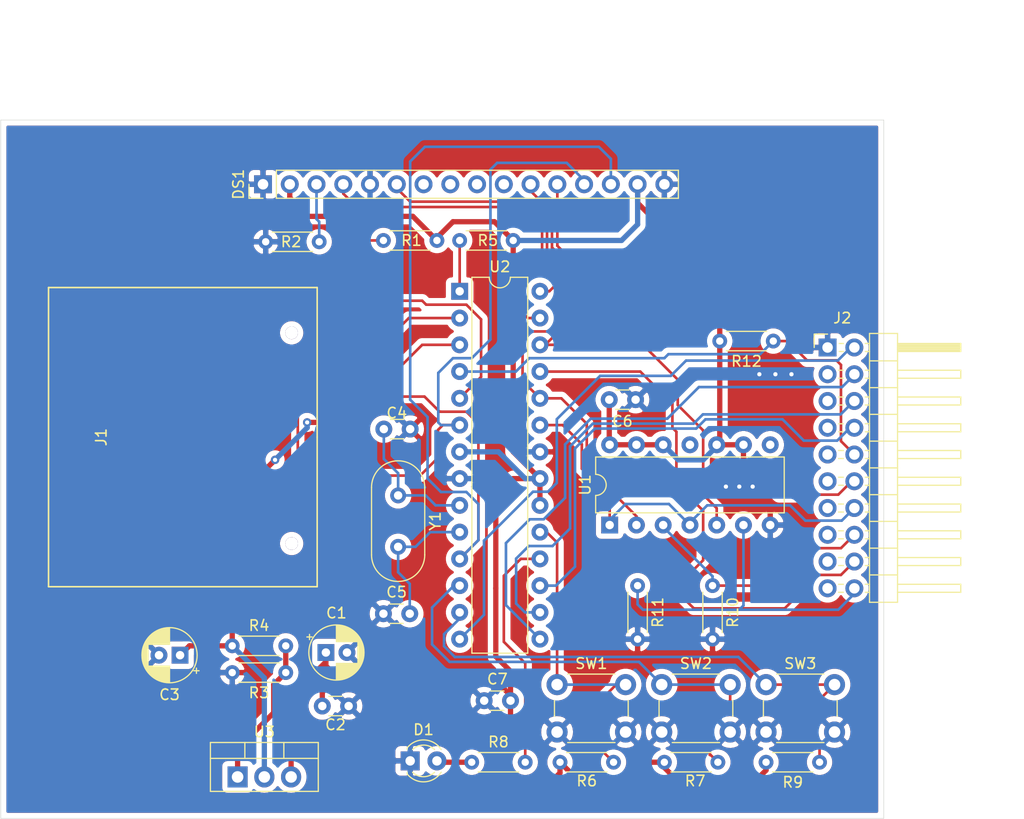
<source format=kicad_pcb>
(kicad_pcb (version 20171130) (host pcbnew 5.1.8)
  (layers (0 F.Cu signal) (31 B.Cu signal) (34 B.Paste user) (35 F.Paste user) (36 B.SilkS user) (37 F.SilkS user) (38 B.Mask user) (39 F.Mask user) (44 Edge.Cuts user))
  (net 0 "")
  (net 1 GND)
  (net 2 +5V)
  (net 3 /3.3V)
  (net 4 "Net-(C4-Pad2)")
  (net 5 "Net-(C5-Pad2)")
  (net 6 "Net-(D1-Pad2)")
  (net 7 /STEP0)
  (net 8 "Net-(J2-Pad3)")
  (net 9 /STEP1)
  (net 10 "Net-(J2-Pad5)")
  (net 11 /STEP2)
  (net 12 "Net-(J2-Pad7)")
  (net 13 /STEP3)
  (net 14 "Net-(J2-Pad9)")
  (net 15 /W_REQUEST)
  (net 16 "Net-(J2-Pad11)")
  (net 17 "Net-(J2-Pad13)")
  (net 18 /DRIVE_EN)
  (net 19 "Net-(J2-Pad15)")
  (net 20 /RD_PULSE)
  (net 21 "Net-(J2-Pad17)")
  (net 22 /WRITE)
  (net 23 "Net-(J2-Pad19)")
  (net 24 /W_PROTECT)
  (net 25 /SD_SW)
  (net 26 "Net-(DS1-Pad3)")
  (net 27 "Net-(R3-Pad1)")
  (net 28 "Net-(R5-Pad1)")
  (net 29 /BTN_UP)
  (net 30 /BTN_ENTER)
  (net 31 "Net-(R8-Pad2)")
  (net 32 /BTN_DOWN)
  (net 33 "Net-(U1-Pad8)")
  (net 34 /LCD_D4)
  (net 35 "Net-(U1-Pad11)")
  (net 36 /LCD_D5)
  (net 37 /SD_DO)
  (net 38 /SD_CS)
  (net 39 /SD_DI)
  (net 40 /SD_CLK)
  (net 41 /LCD_RS)
  (net 42 /LCD_E)
  (net 43 "Net-(J1-Pad9)")
  (net 44 "Net-(J1-Pad8)")
  (net 45 "Net-(J1-Pad11)")
  (net 46 "Net-(J1-Pad12)")
  (net 47 "Net-(DS1-Pad7)")
  (net 48 "Net-(DS1-Pad8)")
  (net 49 "Net-(DS1-Pad9)")
  (net 50 "Net-(DS1-Pad10)")
  (module SDisk2:attend-104d-tca0-r06-sdcard-holder (layer F.Cu) (at 82.677 102.997 270)
    (fp_text reference J1 (at 0 0.5 270) (layer F.SilkS))
    (fp_text value SD_Card)
    (pad 9 smd custom (at 8.65 -21.08 270) (size 1.1 2) (layers F.Cu F.Paste F.Mask) (net 43 "Net-(J1-Pad9)") (options (clearance outline) (anchor rect)) (primitives))
    (pad 1 smd custom (at 6.15 -21.09 270) (size 1.1 2) (layers F.Cu F.Paste F.Mask) (net 38 /SD_CS) (options (clearance outline) (anchor rect)) (primitives))
    (pad 2 smd custom (at 3.65 -21.09 270) (size 1.1 2) (layers F.Cu F.Paste F.Mask) (net 39 /SD_DI) (options (clearance outline) (anchor rect)) (primitives))
    (pad 3 smd custom (at 1.15 -21.09 270) (size 1.1 2) (layers F.Cu F.Paste F.Mask) (net 1 GND) (options (clearance outline) (anchor rect)) (primitives))
    (pad 4 smd custom (at -1.35 -21.09 270) (size 1.1 2) (layers F.Cu F.Paste F.Mask) (net 3 /3.3V) (options (clearance outline) (anchor rect)) (primitives))
    (pad 5 smd custom (at -3.85 -21.09 270) (size 1.1 2) (layers F.Cu F.Paste F.Mask) (net 40 /SD_CLK) (options (clearance outline) (anchor rect)) (primitives))
    (pad 6 smd custom (at -6.35 -21.09 270) (size 1.1 2) (layers F.Cu F.Paste F.Mask) (net 1 GND) (options (clearance outline) (anchor rect)) (primitives))
    (pad 7 smd custom (at -8.75 -21.08 270) (size 1.1 2) (layers F.Cu F.Paste F.Mask) (net 37 /SD_DO) (options (clearance outline) (anchor rect)) (primitives))
    (pad 8 smd custom (at -10.45 -21.08 270) (size 1.1 2) (layers F.Cu F.Paste F.Mask) (net 44 "Net-(J1-Pad8)") (options (clearance outline) (anchor rect)) (primitives))
    (pad 10 smd custom (at -12.95 -21.08 270) (size 1.1 2) (layers F.Cu F.Paste F.Mask) (net 25 /SD_SW) (options (clearance outline) (anchor rect)) (primitives))
    (pad "" thru_hole circle (at 10.1 -17.58 270) (size 1.2 1.2) (drill 1.2) (layers *.Cu *.Mask))
    (pad "" thru_hole circle (at -9.9 -17.58 270) (size 1.2 1.2) (drill 1.2) (layers *.Cu *.Mask))
    (pad 11 smd rect (at -13.85 2.42 270) (size 1.8 1.5) (layers F.Cu F.Paste F.Mask) (net 45 "Net-(J1-Pad11)"))
    (pad 12 smd rect (at -13.85 -9.1 270) (size 1.8 1.5) (layers F.Cu F.Paste F.Mask) (net 46 "Net-(J1-Pad12)"))
    (pad 13 smd rect (at 14.11 3.41 270) (size 1.8 1.5) (layers F.Cu F.Paste F.Mask) (net 1 GND))
  )
  (module Resistor_THT:R_Axial_DIN0204_L3.6mm_D1.6mm_P5.08mm_Horizontal (layer F.Cu) (at 145.9738 93.8784 180)
    (fp_text reference R12 (at 2.54 -1.92) (layer F.SilkS))
    (fp_text value 10k)
    (pad 2 thru_hole oval (at 5.08 0 180) (size 1.4 1.4) (drill 0.7) (layers *.Cu *.Mask) (net 2 +5V))
    (pad 1 thru_hole circle (at 0 0 180) (size 1.4 1.4) (drill 0.7) (layers *.Cu *.Mask) (net 15 /W_REQUEST))
  )
  (module Package_DIP:DIP-14_W7.62mm (layer F.Cu) (at 130.44424 111.34344 90)
    (fp_text reference U1 (at 3.81 -2.33 90) (layer F.SilkS))
    (fp_text value 74LS125)
    (pad 1 thru_hole rect (at 0 0 90) (size 1.6 1.6) (drill 0.8) (layers *.Cu *.Mask) (net 18 /DRIVE_EN))
    (pad 8 thru_hole oval (at 7.62 15.24 90) (size 1.6 1.6) (drill 0.8) (layers *.Cu *.Mask) (net 33 "Net-(U1-Pad8)"))
    (pad 2 thru_hole oval (at 0 2.54 90) (size 1.6 1.6) (drill 0.8) (layers *.Cu *.Mask) (net 34 /LCD_D4))
    (pad 9 thru_hole oval (at 7.62 12.7 90) (size 1.6 1.6) (drill 0.8) (layers *.Cu *.Mask) (net 2 +5V))
    (pad 3 thru_hole oval (at 0 5.08 90) (size 1.6 1.6) (drill 0.8) (layers *.Cu *.Mask) (net 20 /RD_PULSE))
    (pad 10 thru_hole oval (at 7.62 10.16 90) (size 1.6 1.6) (drill 0.8) (layers *.Cu *.Mask) (net 2 +5V))
    (pad 4 thru_hole oval (at 0 7.62 90) (size 1.6 1.6) (drill 0.8) (layers *.Cu *.Mask) (net 18 /DRIVE_EN))
    (pad 11 thru_hole oval (at 7.62 7.62 90) (size 1.6 1.6) (drill 0.8) (layers *.Cu *.Mask) (net 35 "Net-(U1-Pad11)"))
    (pad 5 thru_hole oval (at 0 10.16 90) (size 1.6 1.6) (drill 0.8) (layers *.Cu *.Mask) (net 36 /LCD_D5))
    (pad 12 thru_hole oval (at 7.62 5.08 90) (size 1.6 1.6) (drill 0.8) (layers *.Cu *.Mask) (net 2 +5V))
    (pad 6 thru_hole oval (at 0 12.7 90) (size 1.6 1.6) (drill 0.8) (layers *.Cu *.Mask) (net 24 /W_PROTECT))
    (pad 13 thru_hole oval (at 7.62 2.54 90) (size 1.6 1.6) (drill 0.8) (layers *.Cu *.Mask) (net 2 +5V))
    (pad 7 thru_hole oval (at 0 15.24 90) (size 1.6 1.6) (drill 0.8) (layers *.Cu *.Mask) (net 1 GND))
    (pad 14 thru_hole oval (at 7.62 0 90) (size 1.6 1.6) (drill 0.8) (layers *.Cu *.Mask) (net 2 +5V))
  )
  (module Connector_PinHeader_2.54mm:PinHeader_2x10_P2.54mm_Horizontal (layer F.Cu) (at 151.13 94.488)
    (fp_text reference J2 (at 1.397 -2.794) (layer F.SilkS))
    (fp_text value "To Apple II DISK controller")
    (pad 1 thru_hole rect (at 0 0) (size 1.7 1.7) (drill 1) (layers *.Cu *.Mask) (net 1 GND))
    (pad 2 thru_hole oval (at 2.54 0) (size 1.7 1.7) (drill 1) (layers *.Cu *.Mask) (net 7 /STEP0))
    (pad 3 thru_hole oval (at 0 2.54) (size 1.7 1.7) (drill 1) (layers *.Cu *.Mask) (net 8 "Net-(J2-Pad3)"))
    (pad 4 thru_hole oval (at 2.54 2.54) (size 1.7 1.7) (drill 1) (layers *.Cu *.Mask) (net 9 /STEP1))
    (pad 5 thru_hole oval (at 0 5.08) (size 1.7 1.7) (drill 1) (layers *.Cu *.Mask) (net 10 "Net-(J2-Pad5)"))
    (pad 6 thru_hole oval (at 2.54 5.08) (size 1.7 1.7) (drill 1) (layers *.Cu *.Mask) (net 11 /STEP2))
    (pad 7 thru_hole oval (at 0 7.62) (size 1.7 1.7) (drill 1) (layers *.Cu *.Mask) (net 12 "Net-(J2-Pad7)"))
    (pad 8 thru_hole oval (at 2.54 7.62) (size 1.7 1.7) (drill 1) (layers *.Cu *.Mask) (net 13 /STEP3))
    (pad 9 thru_hole oval (at 0 10.16) (size 1.7 1.7) (drill 1) (layers *.Cu *.Mask) (net 14 "Net-(J2-Pad9)"))
    (pad 10 thru_hole oval (at 2.54 10.16) (size 1.7 1.7) (drill 1) (layers *.Cu *.Mask) (net 15 /W_REQUEST))
    (pad 11 thru_hole oval (at 0 12.7) (size 1.7 1.7) (drill 1) (layers *.Cu *.Mask) (net 16 "Net-(J2-Pad11)"))
    (pad 12 thru_hole oval (at 2.54 12.7) (size 1.7 1.7) (drill 1) (layers *.Cu *.Mask) (net 2 +5V))
    (pad 13 thru_hole oval (at 0 15.24) (size 1.7 1.7) (drill 1) (layers *.Cu *.Mask) (net 17 "Net-(J2-Pad13)"))
    (pad 14 thru_hole oval (at 2.54 15.24) (size 1.7 1.7) (drill 1) (layers *.Cu *.Mask) (net 18 /DRIVE_EN))
    (pad 15 thru_hole oval (at 0 17.78) (size 1.7 1.7) (drill 1) (layers *.Cu *.Mask) (net 19 "Net-(J2-Pad15)"))
    (pad 16 thru_hole oval (at 2.54 17.78) (size 1.7 1.7) (drill 1) (layers *.Cu *.Mask) (net 20 /RD_PULSE))
    (pad 17 thru_hole oval (at 0 20.32) (size 1.7 1.7) (drill 1) (layers *.Cu *.Mask) (net 21 "Net-(J2-Pad17)"))
    (pad 18 thru_hole oval (at 2.54 20.32) (size 1.7 1.7) (drill 1) (layers *.Cu *.Mask) (net 22 /WRITE))
    (pad 19 thru_hole oval (at 0 22.86) (size 1.7 1.7) (drill 1) (layers *.Cu *.Mask) (net 23 "Net-(J2-Pad19)"))
    (pad 20 thru_hole oval (at 2.54 22.86) (size 1.7 1.7) (drill 1) (layers *.Cu *.Mask) (net 24 /W_PROTECT))
  )
  (module Capacitor_THT:CP_Radial_D5.0mm_P2.00mm (layer F.Cu) (at 103.505 123.444)
    (fp_text reference C1 (at 1 -3.75) (layer F.SilkS))
    (fp_text value 100uf)
    (pad 2 thru_hole circle (at 2 0) (size 1.6 1.6) (drill 0.8) (layers *.Cu *.Mask) (net 1 GND))
    (pad 1 thru_hole rect (at 0 0) (size 1.6 1.6) (drill 0.8) (layers *.Cu *.Mask) (net 2 +5V))
  )
  (module Capacitor_THT:C_Disc_D3.0mm_W1.6mm_P2.50mm (layer F.Cu) (at 103.164 128.524)
    (fp_text reference C2 (at 1.25 1.778) (layer F.SilkS))
    (fp_text value 1n)
    (pad 1 thru_hole circle (at 0 0) (size 1.6 1.6) (drill 0.8) (layers *.Cu *.Mask) (net 2 +5V))
    (pad 2 thru_hole circle (at 2.5 0) (size 1.6 1.6) (drill 0.8) (layers *.Cu *.Mask) (net 1 GND))
  )
  (module Capacitor_THT:CP_Radial_D5.0mm_P2.00mm (layer F.Cu) (at 89.662 123.698 180)
    (fp_text reference C3 (at 1 -3.75) (layer F.SilkS))
    (fp_text value 100uf)
    (pad 1 thru_hole rect (at 0 0 180) (size 1.6 1.6) (drill 0.8) (layers *.Cu *.Mask) (net 3 /3.3V))
    (pad 2 thru_hole circle (at 2 0 180) (size 1.6 1.6) (drill 0.8) (layers *.Cu *.Mask) (net 1 GND))
  )
  (module Capacitor_THT:C_Disc_D3.0mm_W1.6mm_P2.50mm (layer F.Cu) (at 111.506 102.235 180)
    (fp_text reference C4 (at 1.27 1.524) (layer F.SilkS))
    (fp_text value 22p)
    (pad 1 thru_hole circle (at 0 0 180) (size 1.6 1.6) (drill 0.8) (layers *.Cu *.Mask) (net 1 GND))
    (pad 2 thru_hole circle (at 2.5 0 180) (size 1.6 1.6) (drill 0.8) (layers *.Cu *.Mask) (net 4 "Net-(C4-Pad2)"))
  )
  (module Capacitor_THT:C_Disc_D3.0mm_W1.6mm_P2.50mm (layer F.Cu) (at 108.966 119.761)
    (fp_text reference C5 (at 1.25 -2.05) (layer F.SilkS))
    (fp_text value 22p)
    (pad 2 thru_hole circle (at 2.5 0) (size 1.6 1.6) (drill 0.8) (layers *.Cu *.Mask) (net 5 "Net-(C5-Pad2)"))
    (pad 1 thru_hole circle (at 0 0) (size 1.6 1.6) (drill 0.8) (layers *.Cu *.Mask) (net 1 GND))
  )
  (module Capacitor_THT:C_Disc_D3.0mm_W1.6mm_P2.50mm (layer F.Cu) (at 132.9036 99.441 180)
    (fp_text reference C6 (at 1.25 -2.05) (layer F.SilkS))
    (fp_text value 1n)
    (pad 2 thru_hole circle (at 2.5 0 180) (size 1.6 1.6) (drill 0.8) (layers *.Cu *.Mask) (net 2 +5V))
    (pad 1 thru_hole circle (at 0 0 180) (size 1.6 1.6) (drill 0.8) (layers *.Cu *.Mask) (net 1 GND))
  )
  (module Capacitor_THT:C_Disc_D3.0mm_W1.6mm_P2.50mm (layer F.Cu) (at 118.531 128.016)
    (fp_text reference C7 (at 1.25 -2.05) (layer F.SilkS))
    (fp_text value 1n)
    (pad 1 thru_hole circle (at 0 0) (size 1.6 1.6) (drill 0.8) (layers *.Cu *.Mask) (net 1 GND))
    (pad 2 thru_hole circle (at 2.5 0) (size 1.6 1.6) (drill 0.8) (layers *.Cu *.Mask) (net 2 +5V))
  )
  (module LED_THT:LED_D3.0mm (layer F.Cu) (at 111.506 133.731)
    (fp_text reference D1 (at 1.27 -2.96) (layer F.SilkS))
    (fp_text value LED)
    (pad 1 thru_hole rect (at 0 0) (size 1.8 1.8) (drill 0.9) (layers *.Cu *.Mask) (net 1 GND))
    (pad 2 thru_hole circle (at 2.54 0) (size 1.8 1.8) (drill 0.9) (layers *.Cu *.Mask) (net 6 "Net-(D1-Pad2)"))
  )
  (module Connector_PinHeader_2.54mm:PinHeader_1x16_P2.54mm_Vertical (layer F.Cu) (at 97.536 78.994 90)
    (fp_text reference DS1 (at 0 -2.33 90) (layer F.SilkS))
    (fp_text value "WH1602B-TMI-CT# ")
    (pad 1 thru_hole rect (at 0 0 90) (size 1.7 1.7) (drill 1) (layers *.Cu *.Mask) (net 1 GND))
    (pad 2 thru_hole oval (at 0 2.54 90) (size 1.7 1.7) (drill 1) (layers *.Cu *.Mask) (net 2 +5V))
    (pad 3 thru_hole oval (at 0 5.08 90) (size 1.7 1.7) (drill 1) (layers *.Cu *.Mask) (net 26 "Net-(DS1-Pad3)"))
    (pad 4 thru_hole oval (at 0 7.62 90) (size 1.7 1.7) (drill 1) (layers *.Cu *.Mask) (net 41 /LCD_RS))
    (pad 5 thru_hole oval (at 0 10.16 90) (size 1.7 1.7) (drill 1) (layers *.Cu *.Mask) (net 1 GND))
    (pad 6 thru_hole oval (at 0 12.7 90) (size 1.7 1.7) (drill 1) (layers *.Cu *.Mask) (net 42 /LCD_E))
    (pad 7 thru_hole oval (at 0 15.24 90) (size 1.7 1.7) (drill 1) (layers *.Cu *.Mask) (net 47 "Net-(DS1-Pad7)"))
    (pad 8 thru_hole oval (at 0 17.78 90) (size 1.7 1.7) (drill 1) (layers *.Cu *.Mask) (net 48 "Net-(DS1-Pad8)"))
    (pad 9 thru_hole oval (at 0 20.32 90) (size 1.7 1.7) (drill 1) (layers *.Cu *.Mask) (net 49 "Net-(DS1-Pad9)"))
    (pad 10 thru_hole oval (at 0 22.86 90) (size 1.7 1.7) (drill 1) (layers *.Cu *.Mask) (net 50 "Net-(DS1-Pad10)"))
    (pad 11 thru_hole oval (at 0 25.4 90) (size 1.7 1.7) (drill 1) (layers *.Cu *.Mask) (net 34 /LCD_D4))
    (pad 12 thru_hole oval (at 0 27.94 90) (size 1.7 1.7) (drill 1) (layers *.Cu *.Mask) (net 36 /LCD_D5))
    (pad 13 thru_hole oval (at 0 30.48 90) (size 1.7 1.7) (drill 1) (layers *.Cu *.Mask) (net 39 /SD_DI))
    (pad 14 thru_hole oval (at 0 33.02 90) (size 1.7 1.7) (drill 1) (layers *.Cu *.Mask) (net 40 /SD_CLK))
    (pad 15 thru_hole oval (at 0 35.56 90) (size 1.7 1.7) (drill 1) (layers *.Cu *.Mask) (net 2 +5V))
    (pad 16 thru_hole oval (at 0 38.1 90) (size 1.7 1.7) (drill 1) (layers *.Cu *.Mask) (net 1 GND))
  )
  (module Resistor_THT:R_Axial_DIN0204_L3.6mm_D1.6mm_P5.08mm_Horizontal (layer F.Cu) (at 114.046 84.328 180)
    (fp_text reference R1 (at 2.413 0) (layer F.SilkS))
    (fp_text value 10k)
    (pad 1 thru_hole circle (at 0 0 180) (size 1.4 1.4) (drill 0.7) (layers *.Cu *.Mask) (net 2 +5V))
    (pad 2 thru_hole oval (at 5.08 0 180) (size 1.4 1.4) (drill 0.7) (layers *.Cu *.Mask) (net 25 /SD_SW))
  )
  (module Resistor_THT:R_Axial_DIN0204_L3.6mm_D1.6mm_P5.08mm_Horizontal (layer F.Cu) (at 102.87 84.455 180)
    (fp_text reference R2 (at 2.667 0) (layer F.SilkS))
    (fp_text value 1k5)
    (pad 1 thru_hole circle (at 0 0 180) (size 1.4 1.4) (drill 0.7) (layers *.Cu *.Mask) (net 26 "Net-(DS1-Pad3)"))
    (pad 2 thru_hole oval (at 5.08 0 180) (size 1.4 1.4) (drill 0.7) (layers *.Cu *.Mask) (net 1 GND))
  )
  (module Resistor_THT:R_Axial_DIN0204_L3.6mm_D1.6mm_P5.08mm_Horizontal (layer F.Cu) (at 99.695 125.349 180)
    (fp_text reference R3 (at 2.54 -1.92) (layer F.SilkS))
    (fp_text value 470)
    (pad 2 thru_hole oval (at 5.08 0 180) (size 1.4 1.4) (drill 0.7) (layers *.Cu *.Mask) (net 1 GND))
    (pad 1 thru_hole circle (at 0 0 180) (size 1.4 1.4) (drill 0.7) (layers *.Cu *.Mask) (net 27 "Net-(R3-Pad1)"))
  )
  (module Resistor_THT:R_Axial_DIN0204_L3.6mm_D1.6mm_P5.08mm_Horizontal (layer F.Cu) (at 94.615 122.809)
    (fp_text reference R4 (at 2.54 -1.92) (layer F.SilkS))
    (fp_text value 270)
    (pad 2 thru_hole oval (at 5.08 0) (size 1.4 1.4) (drill 0.7) (layers *.Cu *.Mask) (net 27 "Net-(R3-Pad1)"))
    (pad 1 thru_hole circle (at 0 0) (size 1.4 1.4) (drill 0.7) (layers *.Cu *.Mask) (net 3 /3.3V))
  )
  (module Resistor_THT:R_Axial_DIN0204_L3.6mm_D1.6mm_P5.08mm_Horizontal (layer F.Cu) (at 116.205 84.328)
    (fp_text reference R5 (at 2.667 0) (layer F.SilkS))
    (fp_text value 10k)
    (pad 2 thru_hole oval (at 5.08 0) (size 1.4 1.4) (drill 0.7) (layers *.Cu *.Mask) (net 2 +5V))
    (pad 1 thru_hole circle (at 0 0) (size 1.4 1.4) (drill 0.7) (layers *.Cu *.Mask) (net 28 "Net-(R5-Pad1)"))
  )
  (module Resistor_THT:R_Axial_DIN0204_L3.6mm_D1.6mm_P5.08mm_Horizontal (layer F.Cu) (at 125.73 133.858)
    (fp_text reference R6 (at 2.54 1.778) (layer F.SilkS))
    (fp_text value 10k)
    (pad 1 thru_hole circle (at 0 0) (size 1.4 1.4) (drill 0.7) (layers *.Cu *.Mask) (net 2 +5V))
    (pad 2 thru_hole oval (at 5.08 0) (size 1.4 1.4) (drill 0.7) (layers *.Cu *.Mask) (net 29 /BTN_UP))
  )
  (module Resistor_THT:R_Axial_DIN0204_L3.6mm_D1.6mm_P5.08mm_Horizontal (layer F.Cu) (at 135.636 133.858)
    (fp_text reference R7 (at 2.921 1.778) (layer F.SilkS))
    (fp_text value 10k)
    (pad 2 thru_hole oval (at 5.08 0) (size 1.4 1.4) (drill 0.7) (layers *.Cu *.Mask) (net 30 /BTN_ENTER))
    (pad 1 thru_hole circle (at 0 0) (size 1.4 1.4) (drill 0.7) (layers *.Cu *.Mask) (net 2 +5V))
  )
  (module Resistor_THT:R_Axial_DIN0204_L3.6mm_D1.6mm_P5.08mm_Horizontal (layer F.Cu) (at 117.348 133.858)
    (fp_text reference R8 (at 2.54 -1.92) (layer F.SilkS))
    (fp_text value 330)
    (pad 1 thru_hole circle (at 0 0) (size 1.4 1.4) (drill 0.7) (layers *.Cu *.Mask) (net 6 "Net-(D1-Pad2)"))
    (pad 2 thru_hole oval (at 5.08 0) (size 1.4 1.4) (drill 0.7) (layers *.Cu *.Mask) (net 31 "Net-(R8-Pad2)"))
  )
  (module Resistor_THT:R_Axial_DIN0204_L3.6mm_D1.6mm_P5.08mm_Horizontal (layer F.Cu) (at 145.288 133.858)
    (fp_text reference R9 (at 2.54 1.905) (layer F.SilkS))
    (fp_text value 10k)
    (pad 1 thru_hole circle (at 0 0) (size 1.4 1.4) (drill 0.7) (layers *.Cu *.Mask) (net 2 +5V))
    (pad 2 thru_hole oval (at 5.08 0) (size 1.4 1.4) (drill 0.7) (layers *.Cu *.Mask) (net 32 /BTN_DOWN))
  )
  (module Resistor_THT:R_Axial_DIN0204_L3.6mm_D1.6mm_P5.08mm_Horizontal (layer F.Cu) (at 140.208 117.094 270)
    (fp_text reference R10 (at 2.54 -1.92 90) (layer F.SilkS))
    (fp_text value 100k)
    (pad 1 thru_hole circle (at 0 0 270) (size 1.4 1.4) (drill 0.7) (layers *.Cu *.Mask) (net 20 /RD_PULSE))
    (pad 2 thru_hole oval (at 5.08 0 270) (size 1.4 1.4) (drill 0.7) (layers *.Cu *.Mask) (net 1 GND))
  )
  (module Resistor_THT:R_Axial_DIN0204_L3.6mm_D1.6mm_P5.08mm_Horizontal (layer F.Cu) (at 133.096 117.094 270)
    (fp_text reference R11 (at 2.54 -1.92 90) (layer F.SilkS))
    (fp_text value 100k)
    (pad 2 thru_hole oval (at 5.08 0 270) (size 1.4 1.4) (drill 0.7) (layers *.Cu *.Mask) (net 1 GND))
    (pad 1 thru_hole circle (at 0 0 270) (size 1.4 1.4) (drill 0.7) (layers *.Cu *.Mask) (net 24 /W_PROTECT))
  )
  (module Button_Switch_THT:SW_PUSH_6mm (layer F.Cu) (at 125.453 126.492)
    (fp_text reference SW1 (at 3.25 -2) (layer F.SilkS))
    (fp_text value BTN_UP)
    (pad 2 thru_hole circle (at 0 4.5 90) (size 2 2) (drill 1.1) (layers *.Cu *.Mask) (net 1 GND))
    (pad 1 thru_hole circle (at 0 0 90) (size 2 2) (drill 1.1) (layers *.Cu *.Mask) (net 29 /BTN_UP))
    (pad 2 thru_hole circle (at 6.5 4.5 90) (size 2 2) (drill 1.1) (layers *.Cu *.Mask) (net 1 GND))
    (pad 1 thru_hole circle (at 6.5 0 90) (size 2 2) (drill 1.1) (layers *.Cu *.Mask) (net 29 /BTN_UP))
  )
  (module Button_Switch_THT:SW_PUSH_6mm (layer F.Cu) (at 135.382 126.492)
    (fp_text reference SW2 (at 3.25 -2) (layer F.SilkS))
    (fp_text value BTN_ENTER)
    (pad 1 thru_hole circle (at 6.5 0 90) (size 2 2) (drill 1.1) (layers *.Cu *.Mask) (net 30 /BTN_ENTER))
    (pad 2 thru_hole circle (at 6.5 4.5 90) (size 2 2) (drill 1.1) (layers *.Cu *.Mask) (net 1 GND))
    (pad 1 thru_hole circle (at 0 0 90) (size 2 2) (drill 1.1) (layers *.Cu *.Mask) (net 30 /BTN_ENTER))
    (pad 2 thru_hole circle (at 0 4.5 90) (size 2 2) (drill 1.1) (layers *.Cu *.Mask) (net 1 GND))
  )
  (module Button_Switch_THT:SW_PUSH_6mm (layer F.Cu) (at 145.288 126.492)
    (fp_text reference SW3 (at 3.25 -2) (layer F.SilkS))
    (fp_text value BTN_DOWN)
    (pad 2 thru_hole circle (at 0 4.5 90) (size 2 2) (drill 1.1) (layers *.Cu *.Mask) (net 1 GND))
    (pad 1 thru_hole circle (at 0 0 90) (size 2 2) (drill 1.1) (layers *.Cu *.Mask) (net 32 /BTN_DOWN))
    (pad 2 thru_hole circle (at 6.5 4.5 90) (size 2 2) (drill 1.1) (layers *.Cu *.Mask) (net 1 GND))
    (pad 1 thru_hole circle (at 6.5 0 90) (size 2 2) (drill 1.1) (layers *.Cu *.Mask) (net 32 /BTN_DOWN))
  )
  (module Package_DIP:DIP-28_W7.62mm (layer F.Cu) (at 116.205 89.154)
    (fp_text reference U2 (at 3.81 -2.33) (layer F.SilkS))
    (fp_text value ATmega328P-PU)
    (pad 1 thru_hole rect (at 0 0) (size 1.6 1.6) (drill 0.8) (layers *.Cu *.Mask) (net 28 "Net-(R5-Pad1)"))
    (pad 15 thru_hole oval (at 7.62 33.02) (size 1.6 1.6) (drill 0.8) (layers *.Cu *.Mask) (net 9 /STEP1))
    (pad 2 thru_hole oval (at 0 2.54) (size 1.6 1.6) (drill 0.8) (layers *.Cu *.Mask) (net 37 /SD_DO))
    (pad 16 thru_hole oval (at 7.62 30.48) (size 1.6 1.6) (drill 0.8) (layers *.Cu *.Mask) (net 11 /STEP2))
    (pad 3 thru_hole oval (at 0 5.08) (size 1.6 1.6) (drill 0.8) (layers *.Cu *.Mask) (net 38 /SD_CS))
    (pad 17 thru_hole oval (at 7.62 27.94) (size 1.6 1.6) (drill 0.8) (layers *.Cu *.Mask) (net 13 /STEP3))
    (pad 4 thru_hole oval (at 0 7.62) (size 1.6 1.6) (drill 0.8) (layers *.Cu *.Mask) (net 15 /W_REQUEST))
    (pad 18 thru_hole oval (at 7.62 25.4) (size 1.6 1.6) (drill 0.8) (layers *.Cu *.Mask) (net 31 "Net-(R8-Pad2)"))
    (pad 5 thru_hole oval (at 0 10.16) (size 1.6 1.6) (drill 0.8) (layers *.Cu *.Mask) (net 25 /SD_SW))
    (pad 19 thru_hole oval (at 7.62 22.86) (size 1.6 1.6) (drill 0.8) (layers *.Cu *.Mask) (net 29 /BTN_UP))
    (pad 6 thru_hole oval (at 0 12.7) (size 1.6 1.6) (drill 0.8) (layers *.Cu *.Mask) (net 39 /SD_DI))
    (pad 20 thru_hole oval (at 7.62 20.32) (size 1.6 1.6) (drill 0.8) (layers *.Cu *.Mask) (net 2 +5V))
    (pad 7 thru_hole oval (at 0 15.24) (size 1.6 1.6) (drill 0.8) (layers *.Cu *.Mask) (net 2 +5V))
    (pad 21 thru_hole oval (at 7.62 17.78) (size 1.6 1.6) (drill 0.8) (layers *.Cu *.Mask) (net 2 +5V))
    (pad 8 thru_hole oval (at 0 17.78) (size 1.6 1.6) (drill 0.8) (layers *.Cu *.Mask) (net 1 GND))
    (pad 22 thru_hole oval (at 7.62 15.24) (size 1.6 1.6) (drill 0.8) (layers *.Cu *.Mask) (net 1 GND))
    (pad 9 thru_hole oval (at 0 20.32) (size 1.6 1.6) (drill 0.8) (layers *.Cu *.Mask) (net 4 "Net-(C4-Pad2)"))
    (pad 23 thru_hole oval (at 7.62 12.7) (size 1.6 1.6) (drill 0.8) (layers *.Cu *.Mask) (net 18 /DRIVE_EN))
    (pad 10 thru_hole oval (at 0 22.86) (size 1.6 1.6) (drill 0.8) (layers *.Cu *.Mask) (net 5 "Net-(C5-Pad2)"))
    (pad 24 thru_hole oval (at 7.62 10.16) (size 1.6 1.6) (drill 0.8) (layers *.Cu *.Mask) (net 34 /LCD_D4))
    (pad 11 thru_hole oval (at 0 25.4) (size 1.6 1.6) (drill 0.8) (layers *.Cu *.Mask) (net 40 /SD_CLK))
    (pad 25 thru_hole oval (at 7.62 7.62) (size 1.6 1.6) (drill 0.8) (layers *.Cu *.Mask) (net 22 /WRITE))
    (pad 12 thru_hole oval (at 0 27.94) (size 1.6 1.6) (drill 0.8) (layers *.Cu *.Mask) (net 30 /BTN_ENTER))
    (pad 26 thru_hole oval (at 7.62 5.08) (size 1.6 1.6) (drill 0.8) (layers *.Cu *.Mask) (net 36 /LCD_D5))
    (pad 13 thru_hole oval (at 0 30.48) (size 1.6 1.6) (drill 0.8) (layers *.Cu *.Mask) (net 32 /BTN_DOWN))
    (pad 27 thru_hole oval (at 7.62 2.54) (size 1.6 1.6) (drill 0.8) (layers *.Cu *.Mask) (net 41 /LCD_RS))
    (pad 14 thru_hole oval (at 0 33.02) (size 1.6 1.6) (drill 0.8) (layers *.Cu *.Mask) (net 7 /STEP0))
    (pad 28 thru_hole oval (at 7.62 0) (size 1.6 1.6) (drill 0.8) (layers *.Cu *.Mask) (net 42 /LCD_E))
  )
  (module Package_TO_SOT_THT:TO-220-3_Vertical (layer F.Cu) (at 95.123 135.255)
    (fp_text reference U3 (at 2.54 -4.27) (layer F.SilkS))
    (fp_text value LM317_SOT-223)
    (pad 1 thru_hole rect (at 0 0) (size 1.905 2) (drill 1.1) (layers *.Cu *.Mask) (net 27 "Net-(R3-Pad1)"))
    (pad 2 thru_hole oval (at 2.54 0) (size 1.905 2) (drill 1.1) (layers *.Cu *.Mask) (net 3 /3.3V))
    (pad 3 thru_hole oval (at 5.08 0) (size 1.905 2) (drill 1.1) (layers *.Cu *.Mask) (net 2 +5V))
  )
  (module Crystal:Crystal_HC49-4H_Vertical (layer F.Cu) (at 110.363 108.531 270)
    (fp_text reference Y1 (at 2.44 -3.525 90) (layer F.SilkS))
    (fp_text value 25Mhz)
    (pad 1 thru_hole circle (at 0 0 270) (size 1.5 1.5) (drill 0.8) (layers *.Cu *.Mask) (net 4 "Net-(C4-Pad2)"))
    (pad 2 thru_hole circle (at 4.88 0 270) (size 1.5 1.5) (drill 0.8) (layers *.Cu *.Mask) (net 5 "Net-(C5-Pad2)"))
  )
  (gr_line (start 72.644 139.192) (end 156.464 139.192) (layer Edge.Cuts) (width 0.05))
  (gr_line (start 156.464 137.668) (end 156.464 139.192) (layer Edge.Cuts) (width 0.05))
  (gr_line (start 156.464 87.63) (end 156.464 137.668) (layer Edge.Cuts) (width 0.05))
  (gr_line (start 72.644 72.898) (end 72.644 139.192) (layer Edge.Cuts) (width 0.05))
  (gr_line (start 156.464 72.898) (end 72.644 72.898) (layer Edge.Cuts) (width 0.05))
  (gr_line (start 156.464 87.63) (end 156.464 72.898) (layer Edge.Cuts) (width 0.05))
  (segment (start 103.767 104.147) (end 106.5714 104.147) (width 0.25) (layer F.Cu) (net 1))
  (segment (start 109.594 104.147) (end 111.506 102.235) (width 0.25) (layer F.Cu) (net 1))
  (segment (start 103.767 104.147) (end 109.594 104.147) (width 0.25) (layer F.Cu) (net 1))
  (segment (start 103.767 96.647) (end 105.9434 96.647) (width 0.5) (layer F.Cu) (net 1))
  (segment (start 105.9434 96.647) (end 106.2736 96.3168) (width 0.5) (layer F.Cu) (net 1))
  (segment (start 79.267 117.107) (end 79.267 120.161) (width 0.5) (layer F.Cu) (net 1))
  (segment (start 79.267 120.161) (end 80.01 120.904) (width 0.5) (layer F.Cu) (net 1))
  (via (at 141.478 107.696) (size 0.8) (drill 0.4) (layers F.Cu B.Cu) (net 1))
  (via (at 142.748 107.696) (size 0.8) (drill 0.4) (layers F.Cu B.Cu) (net 1))
  (via (at 144.018 107.696) (size 0.8) (drill 0.4) (layers F.Cu B.Cu) (net 1))
  (via (at 144.653 97.028) (size 0.8) (drill 0.4) (layers F.Cu B.Cu) (net 1))
  (via (at 146.177 97.028) (size 0.8) (drill 0.4) (layers F.Cu B.Cu) (net 1))
  (via (at 147.701 97.028) (size 0.8) (drill 0.4) (layers F.Cu B.Cu) (net 1))
  (segment (start 114.046 84.328) (end 114.046 84.455) (width 0.5) (layer F.Cu) (net 2))
  (segment (start 114.046 84.328) (end 114.046 84.074) (width 0.5) (layer F.Cu) (net 2))
  (segment (start 114.046 84.074) (end 115.57 82.55) (width 0.5) (layer F.Cu) (net 2))
  (segment (start 119.507 82.55) (end 121.285 84.328) (width 0.5) (layer F.Cu) (net 2))
  (segment (start 115.57 82.55) (end 119.507 82.55) (width 0.5) (layer F.Cu) (net 2))
  (segment (start 100.076 80.264) (end 100.076 78.994) (width 0.5) (layer F.Cu) (net 2))
  (segment (start 101.854 82.042) (end 100.076 80.264) (width 0.5) (layer F.Cu) (net 2))
  (segment (start 111.76 82.042) (end 101.854 82.042) (width 0.5) (layer F.Cu) (net 2))
  (segment (start 114.046 84.328) (end 111.76 82.042) (width 0.5) (layer F.Cu) (net 2))
  (segment (start 121.285 104.394) (end 123.825 106.934) (width 0.5) (layer F.Cu) (net 2))
  (segment (start 121.285 84.328) (end 121.285 104.394) (width 0.5) (layer F.Cu) (net 2))
  (segment (start 123.825 106.934) (end 123.825 109.474) (width 0.5) (layer F.Cu) (net 2))
  (segment (start 123.825 106.934) (end 121.285 106.934) (width 0.5) (layer F.Cu) (net 2))
  (segment (start 121.285 106.934) (end 119.634 108.585) (width 0.5) (layer F.Cu) (net 2))
  (segment (start 121.031 125.222) (end 121.031 128.016) (width 0.5) (layer F.Cu) (net 2))
  (segment (start 119.634 123.825) (end 121.031 125.222) (width 0.5) (layer F.Cu) (net 2))
  (segment (start 121.031 128.016) (end 121.031 127.508) (width 0.5) (layer F.Cu) (net 2))
  (segment (start 121.031 127.508) (end 119.38 125.857) (width 0.5) (layer F.Cu) (net 2))
  (segment (start 103.505 124.714) (end 103.505 123.444) (width 0.5) (layer F.Cu) (net 2))
  (segment (start 104.648 125.857) (end 103.505 124.714) (width 0.5) (layer F.Cu) (net 2))
  (segment (start 103.505 123.444) (end 103.505 124.333) (width 0.5) (layer F.Cu) (net 2))
  (segment (start 100.203 127.635) (end 100.203 135.255) (width 0.5) (layer F.Cu) (net 2))
  (segment (start 103.505 124.333) (end 100.203 127.635) (width 0.5) (layer F.Cu) (net 2))
  (segment (start 119.38 125.857) (end 104.648 125.857) (width 0.5) (layer F.Cu) (net 2))
  (segment (start 119.634 117.348) (end 119.634 123.825) (width 0.5) (layer F.Cu) (net 2))
  (segment (start 119.634 108.585) (end 119.634 117.348) (width 0.5) (layer F.Cu) (net 2))
  (segment (start 104.648 125.857) (end 104.521 125.857) (width 0.5) (layer F.Cu) (net 2))
  (segment (start 103.164 127.214) (end 103.164 128.524) (width 0.5) (layer F.Cu) (net 2))
  (segment (start 104.521 125.857) (end 103.164 127.214) (width 0.5) (layer F.Cu) (net 2))
  (segment (start 121.285 84.328) (end 131.572 84.328) (width 0.5) (layer B.Cu) (net 2))
  (segment (start 133.096 82.804) (end 133.096 78.994) (width 0.5) (layer B.Cu) (net 2))
  (segment (start 131.572 84.328) (end 133.096 82.804) (width 0.5) (layer B.Cu) (net 2))
  (segment (start 145.288 133.858) (end 145.288 134.62) (width 0.5) (layer F.Cu) (net 2))
  (segment (start 145.288 134.62) (end 144.018 135.89) (width 0.5) (layer F.Cu) (net 2))
  (segment (start 144.018 135.89) (end 137.16 135.89) (width 0.5) (layer F.Cu) (net 2))
  (segment (start 135.636 134.366) (end 135.636 133.858) (width 0.5) (layer F.Cu) (net 2))
  (segment (start 137.16 135.89) (end 135.636 134.366) (width 0.5) (layer F.Cu) (net 2))
  (segment (start 135.636 133.858) (end 134.366 133.858) (width 0.5) (layer F.Cu) (net 2))
  (segment (start 134.366 133.858) (end 132.588 135.636) (width 0.5) (layer F.Cu) (net 2))
  (segment (start 127.508 135.636) (end 125.73 133.858) (width 0.5) (layer F.Cu) (net 2))
  (segment (start 132.588 135.636) (end 127.508 135.636) (width 0.5) (layer F.Cu) (net 2))
  (segment (start 121.031 128.016) (end 121.031 131.445) (width 0.5) (layer F.Cu) (net 2))
  (segment (start 121.031 131.445) (end 120.142 132.334) (width 0.5) (layer F.Cu) (net 2))
  (segment (start 120.142 132.334) (end 120.142 135.128) (width 0.5) (layer F.Cu) (net 2))
  (segment (start 120.142 135.128) (end 121.158 136.144) (width 0.5) (layer F.Cu) (net 2))
  (segment (start 121.158 136.144) (end 124.46 136.144) (width 0.5) (layer F.Cu) (net 2))
  (segment (start 125.73 134.874) (end 125.73 133.858) (width 0.5) (layer F.Cu) (net 2))
  (segment (start 124.46 136.144) (end 125.73 134.874) (width 0.5) (layer F.Cu) (net 2))
  (segment (start 116.205 104.394) (end 119.888 104.394) (width 0.5) (layer B.Cu) (net 2))
  (segment (start 122.428 106.934) (end 123.825 106.934) (width 0.5) (layer B.Cu) (net 2))
  (segment (start 119.888 104.394) (end 122.428 106.934) (width 0.5) (layer B.Cu) (net 2))
  (segment (start 153.67 107.188) (end 153.162 107.188) (width 0.25) (layer F.Cu) (net 2))
  (segment (start 153.67 107.188) (end 153.416 107.188) (width 0.25) (layer F.Cu) (net 2))
  (segment (start 153.416 107.188) (end 152.146 108.458) (width 0.25) (layer F.Cu) (net 2))
  (segment (start 152.146 108.458) (end 148.59 108.458) (width 0.25) (layer F.Cu) (net 2))
  (segment (start 148.59 108.458) (end 146.558 108.458) (width 0.5) (layer F.Cu) (net 2))
  (segment (start 143.14424 105.04424) (end 143.14424 103.72344) (width 0.5) (layer F.Cu) (net 2))
  (segment (start 146.558 108.458) (end 143.14424 105.04424) (width 0.5) (layer F.Cu) (net 2))
  (segment (start 140.60424 103.72344) (end 143.14424 103.72344) (width 0.5) (layer F.Cu) (net 2))
  (segment (start 140.8938 103.43388) (end 140.60424 103.72344) (width 0.5) (layer F.Cu) (net 2))
  (segment (start 140.8938 93.8784) (end 140.8938 103.43388) (width 0.5) (layer F.Cu) (net 2))
  (segment (start 130.4036 103.6828) (end 130.44424 103.72344) (width 0.5) (layer F.Cu) (net 2))
  (segment (start 130.4036 99.441) (end 130.4036 103.6828) (width 0.5) (layer F.Cu) (net 2))
  (segment (start 130.44424 103.72344) (end 132.98424 103.72344) (width 0.5) (layer F.Cu) (net 2))
  (segment (start 132.98424 103.72344) (end 135.52424 103.72344) (width 0.5) (layer F.Cu) (net 2))
  (segment (start 133.096 78.994) (end 133.096 80.772) (width 0.5) (layer F.Cu) (net 2))
  (segment (start 140.8938 88.5698) (end 140.8938 93.8784) (width 0.5) (layer F.Cu) (net 2))
  (segment (start 133.096 80.772) (end 140.8938 88.5698) (width 0.5) (layer F.Cu) (net 2))
  (segment (start 140.60424 103.72344) (end 140.60424 103.87076) (width 0.5) (layer B.Cu) (net 2))
  (segment (start 140.60424 103.87076) (end 139.319 105.156) (width 0.5) (layer B.Cu) (net 2))
  (segment (start 136.9568 105.156) (end 135.52424 103.72344) (width 0.5) (layer B.Cu) (net 2))
  (segment (start 139.319 105.156) (end 136.9568 105.156) (width 0.5) (layer B.Cu) (net 2))
  (segment (start 90.551 122.809) (end 89.662 123.698) (width 0.5) (layer F.Cu) (net 3))
  (segment (start 94.615 122.809) (end 90.551 122.809) (width 0.5) (layer F.Cu) (net 3))
  (segment (start 97.663 125.857) (end 97.663 135.255) (width 0.5) (layer B.Cu) (net 3))
  (segment (start 94.615 122.809) (end 97.663 125.857) (width 0.5) (layer B.Cu) (net 3))
  (via (at 98.679 105.156) (size 0.8) (drill 0.4) (layers F.Cu B.Cu) (net 3))
  (segment (start 94.615 109.22) (end 98.679 105.156) (width 0.5) (layer F.Cu) (net 3))
  (segment (start 94.615 122.809) (end 94.615 109.22) (width 0.5) (layer F.Cu) (net 3))
  (via (at 101.727 101.6) (size 0.8) (drill 0.4) (layers F.Cu B.Cu) (net 3))
  (segment (start 101.727 102.108) (end 101.727 101.6) (width 0.5) (layer B.Cu) (net 3))
  (segment (start 98.679 105.156) (end 101.727 102.108) (width 0.5) (layer B.Cu) (net 3))
  (segment (start 103.72 101.6) (end 103.767 101.647) (width 0.5) (layer F.Cu) (net 3))
  (segment (start 101.727 101.6) (end 103.72 101.6) (width 0.5) (layer F.Cu) (net 3))
  (segment (start 110.363 108.531) (end 112.976 108.531) (width 0.25) (layer B.Cu) (net 4))
  (segment (start 113.919 109.474) (end 116.205 109.474) (width 0.25) (layer B.Cu) (net 4))
  (segment (start 112.976 108.531) (end 113.919 109.474) (width 0.25) (layer B.Cu) (net 4))
  (segment (start 109.006 102.235) (end 109.006 105.069) (width 0.25) (layer B.Cu) (net 4))
  (segment (start 110.363 106.426) (end 110.363 108.531) (width 0.25) (layer B.Cu) (net 4))
  (segment (start 109.006 105.069) (end 110.363 106.426) (width 0.25) (layer B.Cu) (net 4))
  (segment (start 110.363 113.411) (end 112.014 113.411) (width 0.25) (layer B.Cu) (net 5))
  (segment (start 113.411 112.014) (end 116.205 112.014) (width 0.25) (layer B.Cu) (net 5))
  (segment (start 112.014 113.411) (end 113.411 112.014) (width 0.25) (layer B.Cu) (net 5))
  (segment (start 110.363 113.411) (end 110.363 115.824) (width 0.25) (layer B.Cu) (net 5))
  (segment (start 111.466 116.927) (end 111.466 119.761) (width 0.25) (layer B.Cu) (net 5))
  (segment (start 110.363 115.824) (end 111.466 116.927) (width 0.25) (layer B.Cu) (net 5))
  (segment (start 114.173 133.858) (end 114.046 133.731) (width 0.5) (layer F.Cu) (net 6))
  (segment (start 117.348 133.858) (end 114.173 133.858) (width 0.5) (layer F.Cu) (net 6))
  (segment (start 153.67 94.488) (end 153.3398 94.488) (width 0.25) (layer B.Cu) (net 7))
  (segment (start 153.3398 94.488) (end 152.0952 95.7326) (width 0.25) (layer B.Cu) (net 7))
  (segment (start 152.0952 95.7326) (end 137.6934 95.7326) (width 0.25) (layer B.Cu) (net 7))
  (segment (start 137.6934 95.7326) (end 136.2456 97.1804) (width 0.25) (layer B.Cu) (net 7))
  (segment (start 136.2456 97.1804) (end 129.54 97.1804) (width 0.25) (layer B.Cu) (net 7))
  (segment (start 129.54 97.1804) (end 125.4252 101.2952) (width 0.25) (layer B.Cu) (net 7))
  (segment (start 125.4252 101.2952) (end 125.4252 107.3404) (width 0.25) (layer B.Cu) (net 7))
  (segment (start 125.4252 107.3404) (end 124.587 108.1786) (width 0.25) (layer B.Cu) (net 7))
  (segment (start 124.587 108.1786) (end 123.1646 108.1786) (width 0.25) (layer B.Cu) (net 7))
  (segment (start 123.1646 108.1786) (end 118.5164 112.8268) (width 0.25) (layer B.Cu) (net 7))
  (segment (start 118.5164 119.8626) (end 116.205 122.174) (width 0.25) (layer B.Cu) (net 7))
  (segment (start 118.5164 112.8268) (end 118.5164 119.8626) (width 0.25) (layer B.Cu) (net 7))
  (segment (start 153.67 97.028) (end 153.67 97.0788) (width 0.25) (layer B.Cu) (net 9))
  (segment (start 153.67 97.0788) (end 152.5016 98.2472) (width 0.25) (layer B.Cu) (net 9))
  (segment (start 152.5016 98.2472) (end 138.9126 98.2472) (width 0.25) (layer B.Cu) (net 9))
  (segment (start 138.9126 98.2472) (end 135.9154 101.2444) (width 0.25) (layer B.Cu) (net 9))
  (segment (start 135.9154 101.2444) (end 128.651 101.2444) (width 0.25) (layer B.Cu) (net 9))
  (segment (start 128.651 101.2444) (end 126.2126 103.6828) (width 0.25) (layer B.Cu) (net 9))
  (segment (start 126.2126 103.6828) (end 126.2126 108.7628) (width 0.25) (layer B.Cu) (net 9))
  (segment (start 126.2126 108.7628) (end 124.1806 110.7948) (width 0.25) (layer B.Cu) (net 9))
  (segment (start 124.1806 110.7948) (end 122.8598 110.7948) (width 0.25) (layer B.Cu) (net 9))
  (segment (start 122.8598 110.7948) (end 120.5992 113.0554) (width 0.25) (layer B.Cu) (net 9))
  (segment (start 120.5992 118.9482) (end 123.825 122.174) (width 0.25) (layer B.Cu) (net 9))
  (segment (start 120.5992 113.0554) (end 120.5992 118.9482) (width 0.25) (layer B.Cu) (net 9))
  (segment (start 153.67 99.568) (end 153.6446 99.568) (width 0.25) (layer B.Cu) (net 11))
  (segment (start 153.6446 99.568) (end 152.3746 100.838) (width 0.25) (layer B.Cu) (net 11))
  (segment (start 152.3746 100.838) (end 139.2936 100.838) (width 0.25) (layer B.Cu) (net 11))
  (segment (start 139.2936 100.838) (end 138.41719 101.71441) (width 0.25) (layer B.Cu) (net 11))
  (segment (start 138.41719 101.71441) (end 128.845684 101.71441) (width 0.25) (layer B.Cu) (net 11))
  (segment (start 128.845684 101.71441) (end 126.68261 103.877484) (width 0.25) (layer B.Cu) (net 11))
  (segment (start 126.68261 103.877484) (end 126.68261 111.67099) (width 0.25) (layer B.Cu) (net 11))
  (segment (start 126.68261 111.67099) (end 125.0188 113.3348) (width 0.25) (layer B.Cu) (net 11))
  (segment (start 125.0188 113.3348) (end 122.7582 113.3348) (width 0.25) (layer B.Cu) (net 11))
  (segment (start 122.7582 113.3348) (end 121.5644 114.5286) (width 0.25) (layer B.Cu) (net 11))
  (segment (start 121.5644 114.5286) (end 121.5644 118.7958) (width 0.25) (layer B.Cu) (net 11))
  (segment (start 122.4026 119.634) (end 123.825 119.634) (width 0.25) (layer B.Cu) (net 11))
  (segment (start 121.5644 118.7958) (end 122.4026 119.634) (width 0.25) (layer B.Cu) (net 11))
  (segment (start 153.67 102.108) (end 153.2636 102.108) (width 0.25) (layer B.Cu) (net 13))
  (segment (start 153.2636 102.108) (end 152.0444 103.3272) (width 0.25) (layer B.Cu) (net 13))
  (segment (start 152.0444 103.3272) (end 148.8694 103.3272) (width 0.25) (layer B.Cu) (net 13))
  (segment (start 148.8694 103.3272) (end 146.85021 101.30801) (width 0.25) (layer B.Cu) (net 13))
  (segment (start 146.85021 101.30801) (end 139.53479 101.30801) (width 0.25) (layer B.Cu) (net 13))
  (segment (start 139.53479 101.30801) (end 138.65838 102.18442) (width 0.25) (layer B.Cu) (net 13))
  (segment (start 138.65838 102.18442) (end 129.040368 102.18442) (width 0.25) (layer B.Cu) (net 13))
  (segment (start 129.040368 102.18442) (end 127.15262 104.072168) (width 0.25) (layer B.Cu) (net 13))
  (segment (start 127.15262 104.072168) (end 127.15262 115.29038) (width 0.25) (layer B.Cu) (net 13))
  (segment (start 125.349 117.094) (end 123.825 117.094) (width 0.25) (layer B.Cu) (net 13))
  (segment (start 127.15262 115.29038) (end 125.349 117.094) (width 0.25) (layer B.Cu) (net 13))
  (segment (start 145.9738 93.8784) (end 147.3454 93.8784) (width 0.25) (layer F.Cu) (net 15))
  (segment (start 147.3454 93.8784) (end 149.1742 95.7072) (width 0.25) (layer F.Cu) (net 15))
  (segment (start 149.1742 95.7072) (end 151.9682 95.7072) (width 0.25) (layer F.Cu) (net 15))
  (segment (start 151.9682 95.7072) (end 152.4 96.139) (width 0.25) (layer F.Cu) (net 15))
  (segment (start 152.4 103.378) (end 153.67 104.648) (width 0.25) (layer F.Cu) (net 15))
  (segment (start 152.4 96.139) (end 152.4 103.378) (width 0.25) (layer F.Cu) (net 15))
  (segment (start 116.205 96.774) (end 121.539 96.774) (width 0.25) (layer B.Cu) (net 15))
  (segment (start 121.539 96.774) (end 122.809 95.504) (width 0.25) (layer B.Cu) (net 15))
  (segment (start 122.809 95.504) (end 135.636 95.504) (width 0.25) (layer B.Cu) (net 15))
  (segment (start 135.636 95.504) (end 136.017 95.123) (width 0.25) (layer B.Cu) (net 15))
  (segment (start 144.7292 95.123) (end 145.9738 93.8784) (width 0.25) (layer B.Cu) (net 15))
  (segment (start 136.017 95.123) (end 144.7292 95.123) (width 0.25) (layer B.Cu) (net 15))
  (segment (start 123.825 101.854) (end 125.984 101.854) (width 0.25) (layer F.Cu) (net 18))
  (segment (start 125.984 101.854) (end 127.79999 103.66999) (width 0.25) (layer F.Cu) (net 18))
  (segment (start 127.79999 103.66999) (end 127.79999 105.985684) (width 0.25) (layer F.Cu) (net 18))
  (segment (start 130.44424 108.629934) (end 130.44424 111.34344) (width 0.25) (layer F.Cu) (net 18))
  (segment (start 127.79999 105.985684) (end 130.44424 108.629934) (width 0.25) (layer F.Cu) (net 18))
  (segment (start 130.44424 111.34344) (end 130.44424 110.85576) (width 0.25) (layer B.Cu) (net 18))
  (segment (start 130.44424 110.85576) (end 131.953 109.347) (width 0.25) (layer B.Cu) (net 18))
  (segment (start 136.0678 109.347) (end 138.06424 111.34344) (width 0.25) (layer B.Cu) (net 18))
  (segment (start 131.953 109.347) (end 136.0678 109.347) (width 0.25) (layer B.Cu) (net 18))
  (segment (start 138.06424 111.34344) (end 138.06424 111.10976) (width 0.25) (layer B.Cu) (net 18))
  (segment (start 138.06424 111.10976) (end 139.7 109.474) (width 0.25) (layer B.Cu) (net 18))
  (segment (start 139.7 109.474) (end 147.574 109.474) (width 0.25) (layer B.Cu) (net 18))
  (segment (start 147.574 109.474) (end 149.023001 110.923001) (width 0.25) (layer B.Cu) (net 18))
  (segment (start 152.474999 110.923001) (end 153.67 109.728) (width 0.25) (layer B.Cu) (net 18))
  (segment (start 149.023001 110.923001) (end 152.474999 110.923001) (width 0.25) (layer B.Cu) (net 18))
  (segment (start 146.177 117.094) (end 149.733 113.538) (width 0.25) (layer F.Cu) (net 20))
  (segment (start 152.4 113.538) (end 153.67 112.268) (width 0.25) (layer F.Cu) (net 20))
  (segment (start 149.733 113.538) (end 152.4 113.538) (width 0.25) (layer F.Cu) (net 20))
  (segment (start 140.208 117.094) (end 146.177 117.094) (width 0.25) (layer F.Cu) (net 20))
  (segment (start 135.52424 111.34344) (end 135.52424 111.52124) (width 0.25) (layer B.Cu) (net 20))
  (segment (start 140.208 116.205) (end 140.208 117.094) (width 0.25) (layer B.Cu) (net 20))
  (segment (start 135.52424 111.52124) (end 140.208 116.205) (width 0.25) (layer B.Cu) (net 20))
  (segment (start 152.4 116.078) (end 153.67 114.808) (width 0.25) (layer F.Cu) (net 22))
  (segment (start 123.825 96.774) (end 133.35 96.774) (width 0.25) (layer F.Cu) (net 22))
  (segment (start 133.35 96.774) (end 136.398 99.822) (width 0.25) (layer F.Cu) (net 22))
  (segment (start 137.414 118.237) (end 138.43 119.253) (width 0.25) (layer F.Cu) (net 22))
  (segment (start 147.066 119.253) (end 150.241 116.078) (width 0.25) (layer F.Cu) (net 22))
  (segment (start 138.43 119.253) (end 147.066 119.253) (width 0.25) (layer F.Cu) (net 22))
  (segment (start 136.398 102.108) (end 136.779 102.489) (width 0.25) (layer F.Cu) (net 22))
  (segment (start 139.319 109.982) (end 139.319 114.681) (width 0.25) (layer F.Cu) (net 22))
  (segment (start 136.779 107.442) (end 139.319 109.982) (width 0.25) (layer F.Cu) (net 22))
  (segment (start 136.779 102.489) (end 136.779 107.442) (width 0.25) (layer F.Cu) (net 22))
  (segment (start 139.319 114.681) (end 137.414 116.586) (width 0.25) (layer F.Cu) (net 22))
  (segment (start 150.241 116.078) (end 152.4 116.078) (width 0.25) (layer F.Cu) (net 22))
  (segment (start 136.398 99.822) (end 136.398 102.108) (width 0.25) (layer F.Cu) (net 22))
  (segment (start 137.414 116.586) (end 137.414 118.237) (width 0.25) (layer F.Cu) (net 22))
  (segment (start 153.67 117.348) (end 153.67 117.856) (width 0.25) (layer B.Cu) (net 24))
  (segment (start 153.67 117.856) (end 152.146 119.38) (width 0.25) (layer B.Cu) (net 24))
  (segment (start 133.096 118.872) (end 133.096 117.094) (width 0.25) (layer B.Cu) (net 24))
  (segment (start 133.604 119.38) (end 133.096 118.872) (width 0.25) (layer B.Cu) (net 24))
  (segment (start 143.14424 111.34344) (end 143.14424 118.98376) (width 0.25) (layer B.Cu) (net 24))
  (segment (start 143.14424 118.98376) (end 142.748 119.38) (width 0.25) (layer B.Cu) (net 24))
  (segment (start 142.748 119.38) (end 133.604 119.38) (width 0.25) (layer B.Cu) (net 24))
  (segment (start 152.146 119.38) (end 142.748 119.38) (width 0.25) (layer B.Cu) (net 24))
  (segment (start 108.966 84.328) (end 106.68 84.328) (width 0.25) (layer F.Cu) (net 25))
  (segment (start 103.757 87.251) (end 103.757 90.047) (width 0.25) (layer F.Cu) (net 25))
  (segment (start 106.68 84.328) (end 103.757 87.251) (width 0.25) (layer F.Cu) (net 25))
  (segment (start 103.757 90.047) (end 112.645 90.047) (width 0.25) (layer F.Cu) (net 25))
  (segment (start 112.645 90.047) (end 113.022 90.424) (width 0.25) (layer F.Cu) (net 25))
  (segment (start 113.022 90.424) (end 116.84 90.424) (width 0.25) (layer F.Cu) (net 25))
  (segment (start 116.84 90.424) (end 118.237 91.821) (width 0.25) (layer F.Cu) (net 25))
  (segment (start 118.237 97.282) (end 116.205 99.314) (width 0.25) (layer F.Cu) (net 25))
  (segment (start 118.237 91.821) (end 118.237 97.282) (width 0.25) (layer F.Cu) (net 25))
  (segment (start 102.616 78.994) (end 102.616 82.296) (width 0.25) (layer B.Cu) (net 26))
  (segment (start 102.87 82.55) (end 102.87 84.455) (width 0.25) (layer B.Cu) (net 26))
  (segment (start 102.616 82.296) (end 102.87 82.55) (width 0.25) (layer B.Cu) (net 26))
  (segment (start 99.695 122.809) (end 99.695 125.349) (width 0.5) (layer F.Cu) (net 27))
  (segment (start 95.123 135.255) (end 95.123 132.588) (width 0.5) (layer F.Cu) (net 27))
  (segment (start 95.123 132.588) (end 98.552 129.159) (width 0.5) (layer F.Cu) (net 27))
  (segment (start 98.552 126.492) (end 99.695 125.349) (width 0.5) (layer F.Cu) (net 27))
  (segment (start 98.552 129.159) (end 98.552 126.492) (width 0.5) (layer F.Cu) (net 27))
  (segment (start 116.205 84.328) (end 116.205 89.154) (width 0.25) (layer F.Cu) (net 28))
  (segment (start 123.825 112.014) (end 124.333 112.014) (width 0.25) (layer F.Cu) (net 29))
  (segment (start 123.825 112.014) (end 124.46 112.014) (width 0.25) (layer F.Cu) (net 29))
  (segment (start 125.453 113.007) (end 125.453 126.492) (width 0.25) (layer F.Cu) (net 29))
  (segment (start 124.46 112.014) (end 125.453 113.007) (width 0.25) (layer F.Cu) (net 29))
  (segment (start 125.453 126.492) (end 131.953 126.492) (width 0.25) (layer B.Cu) (net 29))
  (segment (start 131.953 126.492) (end 131.064 126.492) (width 0.25) (layer F.Cu) (net 29))
  (segment (start 131.064 126.492) (end 129.794 127.762) (width 0.25) (layer F.Cu) (net 29))
  (segment (start 129.794 132.842) (end 130.81 133.858) (width 0.25) (layer F.Cu) (net 29))
  (segment (start 129.794 127.762) (end 129.794 132.842) (width 0.25) (layer F.Cu) (net 29))
  (segment (start 135.382 126.492) (end 141.882 126.492) (width 0.25) (layer B.Cu) (net 30))
  (segment (start 116.205 117.094) (end 115.66144 117.094) (width 0.25) (layer B.Cu) (net 30))
  (segment (start 115.66144 117.094) (end 113.58372 119.17172) (width 0.25) (layer B.Cu) (net 30))
  (segment (start 113.58372 119.17172) (end 113.58372 122.67184) (width 0.25) (layer B.Cu) (net 30))
  (segment (start 113.58372 122.67184) (end 115.24488 124.333) (width 0.25) (layer B.Cu) (net 30))
  (segment (start 133.223 124.333) (end 135.382 126.492) (width 0.25) (layer B.Cu) (net 30))
  (segment (start 115.24488 124.333) (end 133.223 124.333) (width 0.25) (layer B.Cu) (net 30))
  (segment (start 141.882 126.492) (end 141.882 127.993) (width 0.25) (layer F.Cu) (net 30))
  (segment (start 139.94384 129.93116) (end 139.94384 133.16204) (width 0.25) (layer F.Cu) (net 30))
  (segment (start 141.882 127.993) (end 139.94384 129.93116) (width 0.25) (layer F.Cu) (net 30))
  (segment (start 140.02004 133.16204) (end 140.716 133.858) (width 0.25) (layer F.Cu) (net 30))
  (segment (start 139.94384 133.16204) (end 140.02004 133.16204) (width 0.25) (layer F.Cu) (net 30))
  (segment (start 123.825 114.554) (end 122.00701 114.554) (width 0.25) (layer F.Cu) (net 31))
  (segment (start 122.00701 114.554) (end 120.396 116.16501) (width 0.25) (layer F.Cu) (net 31))
  (segment (start 120.396 116.16501) (end 120.396 122.428) (width 0.25) (layer F.Cu) (net 31))
  (segment (start 120.396 122.428) (end 122.428 124.46) (width 0.25) (layer F.Cu) (net 31))
  (segment (start 122.428 124.46) (end 122.428 133.858) (width 0.25) (layer F.Cu) (net 31))
  (segment (start 150.368 133.858) (end 150.368 131.826) (width 0.25) (layer F.Cu) (net 32))
  (segment (start 150.368 131.826) (end 149.606 131.064) (width 0.25) (layer F.Cu) (net 32))
  (segment (start 149.606 128.674) (end 151.788 126.492) (width 0.25) (layer F.Cu) (net 32))
  (segment (start 149.606 131.064) (end 149.606 128.674) (width 0.25) (layer F.Cu) (net 32))
  (segment (start 145.288 126.492) (end 151.788 126.492) (width 0.25) (layer F.Cu) (net 32))
  (segment (start 116.205 119.634) (end 116.205 120.2182) (width 0.25) (layer B.Cu) (net 32))
  (segment (start 116.205 120.2182) (end 114.723787 121.699413) (width 0.25) (layer B.Cu) (net 32))
  (segment (start 114.723787 121.699413) (end 114.723787 122.846707) (width 0.25) (layer B.Cu) (net 32))
  (segment (start 114.723787 122.846707) (end 115.74007 123.86299) (width 0.25) (layer B.Cu) (net 32))
  (segment (start 142.65899 123.86299) (end 145.288 126.492) (width 0.25) (layer B.Cu) (net 32))
  (segment (start 115.74007 123.86299) (end 142.65899 123.86299) (width 0.25) (layer B.Cu) (net 32))
  (segment (start 122.174 97.663) (end 123.825 99.314) (width 0.25) (layer F.Cu) (net 34))
  (segment (start 122.174 95.885) (end 122.174 97.663) (width 0.25) (layer F.Cu) (net 34))
  (segment (start 122.936 78.994) (end 122.936 79.629) (width 0.25) (layer F.Cu) (net 34))
  (segment (start 122.936 79.629) (end 124.968 81.661) (width 0.25) (layer F.Cu) (net 34))
  (segment (start 124.968 81.661) (end 124.968 84.992694) (width 0.25) (layer F.Cu) (net 34))
  (segment (start 124.968 84.992694) (end 125.76799 85.792684) (width 0.25) (layer F.Cu) (net 34))
  (segment (start 125.76799 85.792684) (end 125.76799 92.134316) (width 0.25) (layer F.Cu) (net 34))
  (segment (start 125.76799 92.134316) (end 124.938306 92.964) (width 0.25) (layer F.Cu) (net 34))
  (segment (start 124.938306 92.964) (end 122.936 92.964) (width 0.25) (layer F.Cu) (net 34))
  (segment (start 122.174 93.726) (end 122.174 95.885) (width 0.25) (layer F.Cu) (net 34))
  (segment (start 122.936 92.964) (end 122.174 93.726) (width 0.25) (layer F.Cu) (net 34))
  (segment (start 123.825 99.314) (end 125.857 99.314) (width 0.25) (layer F.Cu) (net 34))
  (segment (start 125.857 99.314) (end 128.27 101.727) (width 0.25) (layer F.Cu) (net 34))
  (segment (start 128.27 101.727) (end 128.27 105.791) (width 0.25) (layer F.Cu) (net 34))
  (segment (start 132.98424 110.50524) (end 132.98424 111.34344) (width 0.25) (layer F.Cu) (net 34))
  (segment (start 128.27 105.791) (end 132.98424 110.50524) (width 0.25) (layer F.Cu) (net 34))
  (segment (start 125.476 78.994) (end 125.476 84.836) (width 0.25) (layer F.Cu) (net 36))
  (segment (start 125.476 84.836) (end 126.238 85.598) (width 0.25) (layer F.Cu) (net 36))
  (segment (start 126.238 85.598) (end 126.238 92.329) (width 0.25) (layer F.Cu) (net 36))
  (segment (start 124.333 94.234) (end 123.825 94.234) (width 0.25) (layer F.Cu) (net 36))
  (segment (start 126.238 92.329) (end 124.333 94.234) (width 0.25) (layer F.Cu) (net 36))
  (segment (start 123.825 94.234) (end 133.604 94.234) (width 0.25) (layer F.Cu) (net 36))
  (segment (start 133.604 94.234) (end 136.906 97.536) (width 0.25) (layer F.Cu) (net 36))
  (segment (start 136.906 97.536) (end 136.906 99.949) (width 0.25) (layer F.Cu) (net 36))
  (segment (start 136.906 99.949) (end 139.319 102.362) (width 0.25) (layer F.Cu) (net 36))
  (segment (start 139.319 102.362) (end 139.319 108.458) (width 0.25) (layer F.Cu) (net 36))
  (segment (start 140.60424 109.74324) (end 140.60424 111.34344) (width 0.25) (layer F.Cu) (net 36))
  (segment (start 139.319 108.458) (end 140.60424 109.74324) (width 0.25) (layer F.Cu) (net 36))
  (segment (start 103.757 94.247) (end 108.826 94.247) (width 0.25) (layer F.Cu) (net 37))
  (segment (start 111.379 91.694) (end 116.205 91.694) (width 0.25) (layer F.Cu) (net 37))
  (segment (start 108.826 94.247) (end 111.379 91.694) (width 0.25) (layer F.Cu) (net 37))
  (segment (start 116.205 94.234) (end 112.649 94.234) (width 0.25) (layer F.Cu) (net 38))
  (segment (start 112.649 94.234) (end 108.966 97.917) (width 0.25) (layer F.Cu) (net 38))
  (segment (start 108.966 97.917) (end 102.616 97.917) (width 0.25) (layer F.Cu) (net 38))
  (segment (start 102.616 97.917) (end 100.838 99.695) (width 0.25) (layer F.Cu) (net 38))
  (segment (start 100.838 99.695) (end 100.838 108.712) (width 0.25) (layer F.Cu) (net 38))
  (segment (start 101.273 109.147) (end 103.767 109.147) (width 0.25) (layer F.Cu) (net 38))
  (segment (start 100.838 108.712) (end 101.273 109.147) (width 0.25) (layer F.Cu) (net 38))
  (segment (start 103.767 106.647) (end 103.767 106.545) (width 0.25) (layer F.Cu) (net 39))
  (segment (start 119.126 77.597) (end 119.126 93.726) (width 0.25) (layer B.Cu) (net 39))
  (segment (start 117.348 95.504) (end 115.57 95.504) (width 0.25) (layer B.Cu) (net 39))
  (segment (start 119.761 76.962) (end 119.126 77.597) (width 0.25) (layer B.Cu) (net 39))
  (segment (start 128.016 78.613) (end 126.365 76.962) (width 0.25) (layer B.Cu) (net 39))
  (segment (start 126.365 76.962) (end 119.761 76.962) (width 0.25) (layer B.Cu) (net 39))
  (segment (start 119.126 93.726) (end 117.348 95.504) (width 0.25) (layer B.Cu) (net 39))
  (segment (start 114.173 101.6) (end 114.427 101.854) (width 0.25) (layer B.Cu) (net 39))
  (segment (start 114.427 101.854) (end 116.205 101.854) (width 0.25) (layer B.Cu) (net 39))
  (segment (start 114.173 96.901) (end 114.173 101.6) (width 0.25) (layer B.Cu) (net 39))
  (segment (start 115.57 95.504) (end 114.173 96.901) (width 0.25) (layer B.Cu) (net 39))
  (segment (start 128.016 78.994) (end 128.016 78.613) (width 0.25) (layer B.Cu) (net 39))
  (segment (start 103.767 106.647) (end 112.4534 106.647) (width 0.25) (layer F.Cu) (net 39))
  (segment (start 112.4534 106.647) (end 114.1476 104.9528) (width 0.25) (layer F.Cu) (net 39))
  (segment (start 114.1476 104.9528) (end 114.1476 102.3112) (width 0.25) (layer F.Cu) (net 39))
  (segment (start 114.6048 101.854) (end 116.205 101.854) (width 0.25) (layer F.Cu) (net 39))
  (segment (start 114.1476 102.3112) (end 114.6048 101.854) (width 0.25) (layer F.Cu) (net 39))
  (segment (start 103.767 99.147) (end 112.863 99.147) (width 0.25) (layer F.Cu) (net 40))
  (segment (start 112.863 99.147) (end 114.3 100.584) (width 0.25) (layer F.Cu) (net 40))
  (segment (start 116.84 100.584) (end 117.983 101.727) (width 0.25) (layer F.Cu) (net 40))
  (segment (start 117.983 112.776) (end 116.205 114.554) (width 0.25) (layer F.Cu) (net 40))
  (segment (start 117.983 101.727) (end 117.983 112.776) (width 0.25) (layer F.Cu) (net 40))
  (segment (start 114.427 100.584) (end 116.84 100.584) (width 0.25) (layer F.Cu) (net 40))
  (segment (start 114.3 100.584) (end 114.427 100.584) (width 0.25) (layer F.Cu) (net 40))
  (segment (start 130.556 78.994) (end 130.556 76.581) (width 0.25) (layer B.Cu) (net 40))
  (segment (start 130.556 76.581) (end 129.413 75.438) (width 0.25) (layer B.Cu) (net 40))
  (segment (start 129.413 75.438) (end 112.903 75.438) (width 0.25) (layer B.Cu) (net 40))
  (segment (start 112.903 75.438) (end 111.506 76.835) (width 0.25) (layer B.Cu) (net 40))
  (segment (start 111.506 76.835) (end 111.506 99.441) (width 0.25) (layer B.Cu) (net 40))
  (segment (start 111.506 99.441) (end 113.157 101.092) (width 0.25) (layer B.Cu) (net 40))
  (segment (start 113.157 101.092) (end 113.157 106.934) (width 0.25) (layer B.Cu) (net 40))
  (segment (start 113.157 106.934) (end 114.427 108.204) (width 0.25) (layer B.Cu) (net 40))
  (segment (start 114.427 108.204) (end 116.84 108.204) (width 0.25) (layer B.Cu) (net 40))
  (segment (start 116.84 108.204) (end 117.983 109.347) (width 0.25) (layer B.Cu) (net 40))
  (segment (start 117.983 112.776) (end 116.205 114.554) (width 0.25) (layer B.Cu) (net 40))
  (segment (start 117.983 109.347) (end 117.983 112.776) (width 0.25) (layer B.Cu) (net 40))
  (segment (start 105.156 78.994) (end 105.156 79.248) (width 0.25) (layer B.Cu) (net 41))
  (segment (start 105.156 78.994) (end 105.664 78.994) (width 0.25) (layer F.Cu) (net 41))
  (segment (start 122.301 87.757) (end 122.301 91.313) (width 0.25) (layer F.Cu) (net 41))
  (segment (start 124.02798 82.050368) (end 124.02798 86.03002) (width 0.25) (layer F.Cu) (net 41))
  (segment (start 122.301 91.313) (end 122.682 91.694) (width 0.25) (layer F.Cu) (net 41))
  (segment (start 123.130612 81.153) (end 124.02798 82.050368) (width 0.25) (layer F.Cu) (net 41))
  (segment (start 122.682 91.694) (end 123.825 91.694) (width 0.25) (layer F.Cu) (net 41))
  (segment (start 106.426 81.153) (end 123.130612 81.153) (width 0.25) (layer F.Cu) (net 41))
  (segment (start 124.02798 86.03002) (end 122.301 87.757) (width 0.25) (layer F.Cu) (net 41))
  (segment (start 105.156 79.883) (end 106.426 81.153) (width 0.25) (layer F.Cu) (net 41))
  (segment (start 105.156 78.994) (end 105.156 79.883) (width 0.25) (layer F.Cu) (net 41))
  (segment (start 110.236 78.994) (end 110.236 79.375) (width 0.25) (layer F.Cu) (net 42))
  (segment (start 110.236 79.375) (end 111.506 80.645) (width 0.25) (layer F.Cu) (net 42))
  (segment (start 111.506 80.645) (end 123.287306 80.645) (width 0.25) (layer F.Cu) (net 42))
  (segment (start 123.287306 80.645) (end 124.49799 81.855684) (width 0.25) (layer F.Cu) (net 42))
  (segment (start 124.49799 81.855684) (end 124.49799 85.25499) (width 0.25) (layer F.Cu) (net 42))
  (segment (start 124.49799 85.25499) (end 125.29798 86.05498) (width 0.25) (layer F.Cu) (net 42))
  (segment (start 125.29798 86.05498) (end 125.29798 88.57002) (width 0.25) (layer F.Cu) (net 42))
  (segment (start 124.714 89.154) (end 123.825 89.154) (width 0.25) (layer F.Cu) (net 42))
  (segment (start 125.29798 88.57002) (end 124.714 89.154) (width 0.25) (layer F.Cu) (net 42))
  (zone (net 1) (net_name GND) (layer F.Cu) (connect_pads (clearance 0.508)) (min_thickness 0.254) (fill yes (arc_segments 32) (thermal_gap 0.508) (thermal_bridge_width 0.508))
    (polygon (pts (xy 156.464 139.192) (xy 72.644 139.192) (xy 72.644 72.898) (xy 156.464 72.898)))
  )
  (zone (net 1) (net_name GND) (layer B.Cu) (connect_pads (clearance 0.508)) (min_thickness 0.254) (fill yes (arc_segments 32) (thermal_gap 0.508) (thermal_bridge_width 0.508))
    (polygon (pts (xy 156.464 139.19708) (xy 72.644 139.192) (xy 72.644 72.90308) (xy 156.45892 72.898)))
  )
)
</source>
